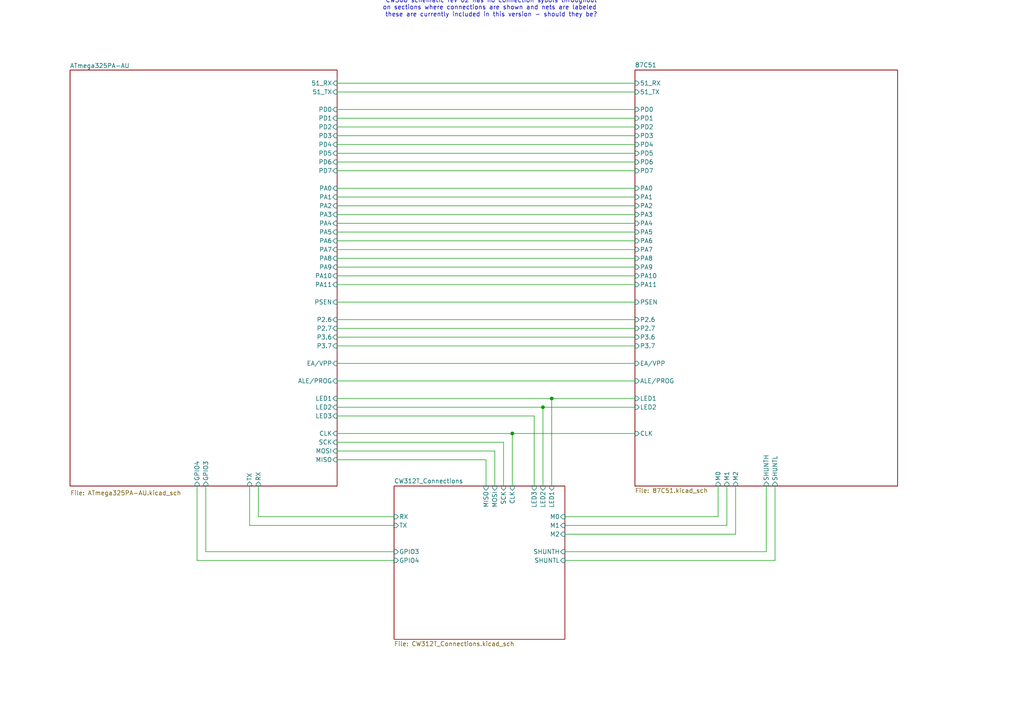
<source format=kicad_sch>
(kicad_sch
	(version 20231120)
	(generator "eeschema")
	(generator_version "8.0")
	(uuid "c2a925aa-0a0b-4d0a-bd46-e7ddeb5071bd")
	(paper "A4")
	(lib_symbols)
	(junction
		(at 148.59 125.73)
		(diameter 0)
		(color 0 0 0 0)
		(uuid "29013553-4653-4495-bc46-6970359189fe")
	)
	(junction
		(at 157.48 118.11)
		(diameter 0)
		(color 0 0 0 0)
		(uuid "7a6f574c-56b0-4bc8-9753-c3c8223d3a5d")
	)
	(junction
		(at 160.02 115.57)
		(diameter 0)
		(color 0 0 0 0)
		(uuid "ac0b9233-17eb-4434-9520-f13d3ebd6d6c")
	)
	(wire
		(pts
			(xy 97.79 130.81) (xy 143.51 130.81)
		)
		(stroke
			(width 0)
			(type default)
		)
		(uuid "08fe7a8a-670c-44f4-8cc1-60f54b7dfab6")
	)
	(wire
		(pts
			(xy 97.79 44.45) (xy 184.15 44.45)
		)
		(stroke
			(width 0)
			(type default)
		)
		(uuid "0d87c162-5d66-4d23-8b69-0830bca3dc12")
	)
	(wire
		(pts
			(xy 57.15 162.56) (xy 114.3 162.56)
		)
		(stroke
			(width 0)
			(type default)
		)
		(uuid "0e46ae57-c540-49cb-940d-86a29905a1d4")
	)
	(wire
		(pts
			(xy 97.79 100.33) (xy 184.15 100.33)
		)
		(stroke
			(width 0)
			(type default)
		)
		(uuid "17d568b6-af92-4380-a928-c871c77fe604")
	)
	(wire
		(pts
			(xy 143.51 130.81) (xy 143.51 140.97)
		)
		(stroke
			(width 0)
			(type default)
		)
		(uuid "20ea1081-8b86-4c68-82cb-40b5026ff668")
	)
	(wire
		(pts
			(xy 97.79 34.29) (xy 184.15 34.29)
		)
		(stroke
			(width 0)
			(type default)
		)
		(uuid "2cf8c724-ef44-4e6d-be91-764522159f30")
	)
	(wire
		(pts
			(xy 114.3 152.4) (xy 72.39 152.4)
		)
		(stroke
			(width 0)
			(type default)
		)
		(uuid "34b95139-fb76-4d46-a56a-b6df75813676")
	)
	(wire
		(pts
			(xy 97.79 82.55) (xy 184.15 82.55)
		)
		(stroke
			(width 0)
			(type default)
		)
		(uuid "3843dd80-2eb2-43b2-8495-40430440a517")
	)
	(wire
		(pts
			(xy 97.79 92.71) (xy 184.15 92.71)
		)
		(stroke
			(width 0)
			(type default)
		)
		(uuid "392ddf00-df23-498d-9514-e2445bba003d")
	)
	(wire
		(pts
			(xy 224.79 162.56) (xy 163.83 162.56)
		)
		(stroke
			(width 0)
			(type default)
		)
		(uuid "3980a033-de71-4aca-a856-a1f54578e1ed")
	)
	(wire
		(pts
			(xy 97.79 72.39) (xy 184.15 72.39)
		)
		(stroke
			(width 0)
			(type default)
		)
		(uuid "3d0f94cb-5a92-4f96-a60d-331c6794efca")
	)
	(wire
		(pts
			(xy 97.79 69.85) (xy 184.15 69.85)
		)
		(stroke
			(width 0)
			(type default)
		)
		(uuid "3dadcbe9-df56-4104-8497-f9c82b980246")
	)
	(wire
		(pts
			(xy 97.79 67.31) (xy 184.15 67.31)
		)
		(stroke
			(width 0)
			(type default)
		)
		(uuid "405403b8-8fc5-493b-9960-092841ff3b1e")
	)
	(wire
		(pts
			(xy 97.79 57.15) (xy 184.15 57.15)
		)
		(stroke
			(width 0)
			(type default)
		)
		(uuid "4329c248-d98c-4240-a5f1-4d4760447d54")
	)
	(wire
		(pts
			(xy 97.79 62.23) (xy 184.15 62.23)
		)
		(stroke
			(width 0)
			(type default)
		)
		(uuid "446668f7-d1ab-42a8-82f3-98d2453641de")
	)
	(wire
		(pts
			(xy 224.79 140.97) (xy 224.79 162.56)
		)
		(stroke
			(width 0)
			(type default)
		)
		(uuid "44ee03a2-f9c5-4509-80d1-c243a9960de5")
	)
	(wire
		(pts
			(xy 97.79 110.49) (xy 184.15 110.49)
		)
		(stroke
			(width 0)
			(type default)
		)
		(uuid "49201372-03df-4fd6-9f47-41286b0a365f")
	)
	(wire
		(pts
			(xy 97.79 80.01) (xy 184.15 80.01)
		)
		(stroke
			(width 0)
			(type default)
		)
		(uuid "4ce03f74-ecd0-4cf0-9162-4a2c37d91564")
	)
	(wire
		(pts
			(xy 222.25 160.02) (xy 222.25 140.97)
		)
		(stroke
			(width 0)
			(type default)
		)
		(uuid "4dfd91d5-c657-4a27-a65d-a67a58f9b376")
	)
	(wire
		(pts
			(xy 97.79 77.47) (xy 184.15 77.47)
		)
		(stroke
			(width 0)
			(type default)
		)
		(uuid "53042c9d-c905-4e42-b8e7-761f5499a453")
	)
	(wire
		(pts
			(xy 59.69 160.02) (xy 59.69 140.97)
		)
		(stroke
			(width 0)
			(type default)
		)
		(uuid "54f6eaf1-799f-4c94-9702-b2b6921c24a6")
	)
	(wire
		(pts
			(xy 210.82 152.4) (xy 163.83 152.4)
		)
		(stroke
			(width 0)
			(type default)
		)
		(uuid "5605b04a-3ab6-4bd2-a2b0-a40158f62b43")
	)
	(wire
		(pts
			(xy 97.79 128.27) (xy 146.05 128.27)
		)
		(stroke
			(width 0)
			(type default)
		)
		(uuid "5b68107f-2b63-4ea2-a3b9-ef4a4ea5b899")
	)
	(wire
		(pts
			(xy 97.79 64.77) (xy 184.15 64.77)
		)
		(stroke
			(width 0)
			(type default)
		)
		(uuid "5bb50ad4-53d5-4572-9a39-5399f5a11035")
	)
	(wire
		(pts
			(xy 208.28 149.86) (xy 208.28 140.97)
		)
		(stroke
			(width 0)
			(type default)
		)
		(uuid "5dba7b8e-a784-4f0e-a156-fd801b05f917")
	)
	(wire
		(pts
			(xy 97.79 41.91) (xy 184.15 41.91)
		)
		(stroke
			(width 0)
			(type default)
		)
		(uuid "5e3aea14-1c5b-434a-98e7-909b699aa326")
	)
	(wire
		(pts
			(xy 97.79 125.73) (xy 148.59 125.73)
		)
		(stroke
			(width 0)
			(type default)
		)
		(uuid "62206b24-a70c-4373-8eef-db0fe0533d32")
	)
	(wire
		(pts
			(xy 97.79 54.61) (xy 184.15 54.61)
		)
		(stroke
			(width 0)
			(type default)
		)
		(uuid "645dc3ed-dc93-410e-80e7-811765ae86c6")
	)
	(wire
		(pts
			(xy 163.83 160.02) (xy 222.25 160.02)
		)
		(stroke
			(width 0)
			(type default)
		)
		(uuid "697b181c-60cc-417a-ab6d-83c153fdfda0")
	)
	(wire
		(pts
			(xy 97.79 87.63) (xy 184.15 87.63)
		)
		(stroke
			(width 0)
			(type default)
		)
		(uuid "698e18aa-c1fb-4338-a0b4-62a60fa30cfe")
	)
	(wire
		(pts
			(xy 97.79 105.41) (xy 184.15 105.41)
		)
		(stroke
			(width 0)
			(type default)
		)
		(uuid "6c98cebf-42fb-4cab-9013-d539e736d86a")
	)
	(wire
		(pts
			(xy 97.79 115.57) (xy 160.02 115.57)
		)
		(stroke
			(width 0)
			(type default)
		)
		(uuid "6fb7abc7-dfba-4560-b56c-99febc9dc40c")
	)
	(wire
		(pts
			(xy 57.15 140.97) (xy 57.15 162.56)
		)
		(stroke
			(width 0)
			(type default)
		)
		(uuid "7203afe6-05f7-4afd-afdf-da21ee211674")
	)
	(wire
		(pts
			(xy 97.79 95.25) (xy 184.15 95.25)
		)
		(stroke
			(width 0)
			(type default)
		)
		(uuid "76ba8ab1-ad46-4e27-bdf0-bd83a6f421aa")
	)
	(wire
		(pts
			(xy 74.93 140.97) (xy 74.93 149.86)
		)
		(stroke
			(width 0)
			(type default)
		)
		(uuid "7e844d0c-4f16-4b06-9e2c-2cf56167562f")
	)
	(wire
		(pts
			(xy 97.79 24.13) (xy 184.15 24.13)
		)
		(stroke
			(width 0)
			(type default)
		)
		(uuid "816f2cc2-15c8-4c86-a3de-5d16f87c08e5")
	)
	(wire
		(pts
			(xy 146.05 128.27) (xy 146.05 140.97)
		)
		(stroke
			(width 0)
			(type default)
		)
		(uuid "8200cbe7-e9d4-4857-a591-f9314e567c90")
	)
	(wire
		(pts
			(xy 163.83 154.94) (xy 213.36 154.94)
		)
		(stroke
			(width 0)
			(type default)
		)
		(uuid "87d00be5-9264-448b-b2ef-64967ed82bb0")
	)
	(wire
		(pts
			(xy 160.02 115.57) (xy 184.15 115.57)
		)
		(stroke
			(width 0)
			(type default)
		)
		(uuid "89d7b4b0-2bef-44ec-8ab9-17f6770a8f01")
	)
	(wire
		(pts
			(xy 163.83 149.86) (xy 208.28 149.86)
		)
		(stroke
			(width 0)
			(type default)
		)
		(uuid "8df12442-ee4f-48ff-b43e-37a7463e03d7")
	)
	(wire
		(pts
			(xy 210.82 140.97) (xy 210.82 152.4)
		)
		(stroke
			(width 0)
			(type default)
		)
		(uuid "8f2962da-57ac-4972-9e04-c295438ca42a")
	)
	(wire
		(pts
			(xy 97.79 118.11) (xy 157.48 118.11)
		)
		(stroke
			(width 0)
			(type default)
		)
		(uuid "95ae31d5-a142-4916-aec6-b91a22a9f38f")
	)
	(wire
		(pts
			(xy 97.79 120.65) (xy 154.94 120.65)
		)
		(stroke
			(width 0)
			(type default)
		)
		(uuid "97122ac7-e008-473a-b4ab-8ad78217c5cc")
	)
	(wire
		(pts
			(xy 97.79 39.37) (xy 184.15 39.37)
		)
		(stroke
			(width 0)
			(type default)
		)
		(uuid "9b51e0c4-a43c-4456-a341-dca285f57fe1")
	)
	(wire
		(pts
			(xy 157.48 118.11) (xy 157.48 140.97)
		)
		(stroke
			(width 0)
			(type default)
		)
		(uuid "a5458ee3-4d6d-44c4-a264-ea2fb0e5073a")
	)
	(wire
		(pts
			(xy 97.79 74.93) (xy 184.15 74.93)
		)
		(stroke
			(width 0)
			(type default)
		)
		(uuid "aa98809c-efb2-4bf2-9d23-e58a1cc17ebb")
	)
	(wire
		(pts
			(xy 97.79 59.69) (xy 184.15 59.69)
		)
		(stroke
			(width 0)
			(type default)
		)
		(uuid "b77a2cd1-6dfe-47ae-8561-fb9ce0f7d7c2")
	)
	(wire
		(pts
			(xy 157.48 118.11) (xy 184.15 118.11)
		)
		(stroke
			(width 0)
			(type default)
		)
		(uuid "b9c4c374-9213-4035-be93-9098a2a8702a")
	)
	(wire
		(pts
			(xy 114.3 160.02) (xy 59.69 160.02)
		)
		(stroke
			(width 0)
			(type default)
		)
		(uuid "be664a5d-6788-4615-962c-6d0b17b7dc29")
	)
	(wire
		(pts
			(xy 97.79 97.79) (xy 184.15 97.79)
		)
		(stroke
			(width 0)
			(type default)
		)
		(uuid "c0f08c52-0317-4963-a10d-77b2f313ddfc")
	)
	(wire
		(pts
			(xy 72.39 152.4) (xy 72.39 140.97)
		)
		(stroke
			(width 0)
			(type default)
		)
		(uuid "c1aac985-4a96-48a6-a6b1-ee186cdb3ea9")
	)
	(wire
		(pts
			(xy 97.79 36.83) (xy 184.15 36.83)
		)
		(stroke
			(width 0)
			(type default)
		)
		(uuid "c1cbb696-2917-46e8-9faf-7544db009da8")
	)
	(wire
		(pts
			(xy 148.59 125.73) (xy 148.59 140.97)
		)
		(stroke
			(width 0)
			(type default)
		)
		(uuid "cf12a79b-17dd-43e5-94d0-5886aa9c4a0d")
	)
	(wire
		(pts
			(xy 148.59 125.73) (xy 184.15 125.73)
		)
		(stroke
			(width 0)
			(type default)
		)
		(uuid "d607af4a-1de7-420a-888e-b97fe8d4222f")
	)
	(wire
		(pts
			(xy 213.36 154.94) (xy 213.36 140.97)
		)
		(stroke
			(width 0)
			(type default)
		)
		(uuid "dca291e7-f8e7-41f7-a6bd-613154aa9051")
	)
	(wire
		(pts
			(xy 97.79 31.75) (xy 184.15 31.75)
		)
		(stroke
			(width 0)
			(type default)
		)
		(uuid "e0a934f8-d11b-4227-990f-ddc0ab94b800")
	)
	(wire
		(pts
			(xy 74.93 149.86) (xy 114.3 149.86)
		)
		(stroke
			(width 0)
			(type default)
		)
		(uuid "e19bd03e-b331-45bb-b309-2a89b2951bb4")
	)
	(wire
		(pts
			(xy 97.79 46.99) (xy 184.15 46.99)
		)
		(stroke
			(width 0)
			(type default)
		)
		(uuid "e48e17b5-a950-41d1-9b66-eb0de40136ea")
	)
	(wire
		(pts
			(xy 97.79 49.53) (xy 184.15 49.53)
		)
		(stroke
			(width 0)
			(type default)
		)
		(uuid "ec6a1100-9082-4eac-9882-82ae1a1d0628")
	)
	(wire
		(pts
			(xy 97.79 133.35) (xy 140.97 133.35)
		)
		(stroke
			(width 0)
			(type default)
		)
		(uuid "ec756d8c-0e6e-47ac-951d-921200454977")
	)
	(wire
		(pts
			(xy 140.97 133.35) (xy 140.97 140.97)
		)
		(stroke
			(width 0)
			(type default)
		)
		(uuid "f02ac16d-17e5-4320-8e43-c49041c110ef")
	)
	(wire
		(pts
			(xy 160.02 140.97) (xy 160.02 115.57)
		)
		(stroke
			(width 0)
			(type default)
		)
		(uuid "f34e7eda-9e87-46f4-8bc6-d0e75e28879e")
	)
	(wire
		(pts
			(xy 154.94 120.65) (xy 154.94 140.97)
		)
		(stroke
			(width 0)
			(type default)
		)
		(uuid "fdadad79-885f-439b-aecd-65eef8c21bd6")
	)
	(wire
		(pts
			(xy 97.79 26.67) (xy 184.15 26.67)
		)
		(stroke
			(width 0)
			(type default)
		)
		(uuid "fdfb60bf-0652-4d3f-975f-622e82d9682a")
	)
	(text "CW308 schematic rev 02 has no connection sybols throughout\non sections where connections are shown and nets are labeled \nthese are currently included in this version - should they be?"
		(exclude_from_sim no)
		(at 142.494 2.286 0)
		(effects
			(font
				(size 1.27 1.27)
			)
		)
		(uuid "efcf39e2-23ae-47ae-98b6-564bd528715b")
	)
	(sheet
		(at 184.15 20.32)
		(size 76.2 120.65)
		(fields_autoplaced yes)
		(stroke
			(width 0.1524)
			(type solid)
		)
		(fill
			(color 0 0 0 0.0000)
		)
		(uuid "50e99fbd-a7c8-450a-9d34-26b1d10d5fd3")
		(property "Sheetname" "87C51"
			(at 184.15 19.6084 0)
			(effects
				(font
					(size 1.27 1.27)
				)
				(justify left bottom)
			)
		)
		(property "Sheetfile" "87C51.kicad_sch"
			(at 184.15 141.5546 0)
			(effects
				(font
					(size 1.27 1.27)
				)
				(justify left top)
			)
		)
		(pin "P2.7" input
			(at 184.15 95.25 180)
			(effects
				(font
					(size 1.27 1.27)
				)
				(justify left)
			)
			(uuid "a0ea9f4e-f483-40f7-aff7-fbee60023b38")
		)
		(pin "P2.6" input
			(at 184.15 92.71 180)
			(effects
				(font
					(size 1.27 1.27)
				)
				(justify left)
			)
			(uuid "4cb08d76-36e3-481f-8cb6-7bd18e3cec39")
		)
		(pin "LED1" input
			(at 184.15 115.57 180)
			(effects
				(font
					(size 1.27 1.27)
				)
				(justify left)
			)
			(uuid "a3ac23e9-ae2d-4b65-974f-0f89f1e97066")
		)
		(pin "LED2" input
			(at 184.15 118.11 180)
			(effects
				(font
					(size 1.27 1.27)
				)
				(justify left)
			)
			(uuid "5cf41233-0c4a-46ae-a0ab-76d065e26d77")
		)
		(pin "PA11" input
			(at 184.15 82.55 180)
			(effects
				(font
					(size 1.27 1.27)
				)
				(justify left)
			)
			(uuid "b0252c34-fcdc-47be-851e-52bfc6c885a9")
		)
		(pin "PA10" input
			(at 184.15 80.01 180)
			(effects
				(font
					(size 1.27 1.27)
				)
				(justify left)
			)
			(uuid "3389a5e0-8f50-480d-be0e-a83b5bf73380")
		)
		(pin "PA9" input
			(at 184.15 77.47 180)
			(effects
				(font
					(size 1.27 1.27)
				)
				(justify left)
			)
			(uuid "6f6a21ff-7388-4224-a2cb-95d4dea81a9d")
		)
		(pin "PA8" input
			(at 184.15 74.93 180)
			(effects
				(font
					(size 1.27 1.27)
				)
				(justify left)
			)
			(uuid "0f67eba8-0a5b-4a27-a968-d4c1b192e16a")
		)
		(pin "SHUNTH" input
			(at 222.25 140.97 270)
			(effects
				(font
					(size 1.27 1.27)
				)
				(justify left)
			)
			(uuid "5bc8c0c0-f399-4dcf-b999-9736a9fca1e9")
		)
		(pin "SHUNTL" input
			(at 224.79 140.97 270)
			(effects
				(font
					(size 1.27 1.27)
				)
				(justify left)
			)
			(uuid "3fc4be00-3f1b-4264-9dd8-0f3deb387e15")
		)
		(pin "PD7" input
			(at 184.15 49.53 180)
			(effects
				(font
					(size 1.27 1.27)
				)
				(justify left)
			)
			(uuid "986a2dcf-e518-47f9-9523-449c9ce7d507")
		)
		(pin "PD6" input
			(at 184.15 46.99 180)
			(effects
				(font
					(size 1.27 1.27)
				)
				(justify left)
			)
			(uuid "be279690-1cea-4338-a780-d3b0b2d3bbb1")
		)
		(pin "PSEN" input
			(at 184.15 87.63 180)
			(effects
				(font
					(size 1.27 1.27)
				)
				(justify left)
			)
			(uuid "9f852421-d5dd-4e4b-99cc-0fcc69476b6c")
		)
		(pin "EA{slash}VPP" input
			(at 184.15 105.41 180)
			(effects
				(font
					(size 1.27 1.27)
				)
				(justify left)
			)
			(uuid "724bbfd6-3298-4ccd-9a4a-f54f44a49fb6")
		)
		(pin "ALE{slash}PROG" input
			(at 184.15 110.49 180)
			(effects
				(font
					(size 1.27 1.27)
				)
				(justify left)
			)
			(uuid "88e5cc34-6560-48ed-aa31-c7752e517bb0")
		)
		(pin "PD3" input
			(at 184.15 39.37 180)
			(effects
				(font
					(size 1.27 1.27)
				)
				(justify left)
			)
			(uuid "7296ed6e-1e53-42aa-ab69-228f19d31bee")
		)
		(pin "PD5" input
			(at 184.15 44.45 180)
			(effects
				(font
					(size 1.27 1.27)
				)
				(justify left)
			)
			(uuid "cf00900b-229f-4a74-b2ed-4bb55b640a48")
		)
		(pin "PD1" input
			(at 184.15 34.29 180)
			(effects
				(font
					(size 1.27 1.27)
				)
				(justify left)
			)
			(uuid "1bd52a15-c186-4576-9363-1048e3490f5c")
		)
		(pin "PD4" input
			(at 184.15 41.91 180)
			(effects
				(font
					(size 1.27 1.27)
				)
				(justify left)
			)
			(uuid "35785823-7e78-467f-bb48-38dc032b8396")
		)
		(pin "PD0" input
			(at 184.15 31.75 180)
			(effects
				(font
					(size 1.27 1.27)
				)
				(justify left)
			)
			(uuid "dea12954-f602-4e92-b014-050cda3d93c9")
		)
		(pin "PD2" input
			(at 184.15 36.83 180)
			(effects
				(font
					(size 1.27 1.27)
				)
				(justify left)
			)
			(uuid "ec99f733-e03c-4efc-9b68-13a6c139a11c")
		)
		(pin "M0" input
			(at 208.28 140.97 270)
			(effects
				(font
					(size 1.27 1.27)
				)
				(justify left)
			)
			(uuid "c407ac29-6ace-4687-85f5-68e75d369ab8")
		)
		(pin "CLK" input
			(at 184.15 125.73 180)
			(effects
				(font
					(size 1.27 1.27)
				)
				(justify left)
			)
			(uuid "223546b3-e0c5-47fd-a9eb-44d051bea2a1")
		)
		(pin "M2" input
			(at 213.36 140.97 270)
			(effects
				(font
					(size 1.27 1.27)
				)
				(justify left)
			)
			(uuid "0e66ff3e-ea77-43b2-9a0d-a904df791234")
		)
		(pin "P3.7" input
			(at 184.15 100.33 180)
			(effects
				(font
					(size 1.27 1.27)
				)
				(justify left)
			)
			(uuid "a5b5d960-121b-4b9f-96a8-aea49146e046")
		)
		(pin "M1" input
			(at 210.82 140.97 270)
			(effects
				(font
					(size 1.27 1.27)
				)
				(justify left)
			)
			(uuid "b5bf71ae-dd75-4fde-9025-8aa80c8fb3d4")
		)
		(pin "P3.6" input
			(at 184.15 97.79 180)
			(effects
				(font
					(size 1.27 1.27)
				)
				(justify left)
			)
			(uuid "5ed23fde-b859-4d4e-8242-1dd6ea318983")
		)
		(pin "PA4" input
			(at 184.15 64.77 180)
			(effects
				(font
					(size 1.27 1.27)
				)
				(justify left)
			)
			(uuid "d8ca0d76-4ccd-4743-aad6-bd0ec5a4fe6b")
		)
		(pin "PA5" input
			(at 184.15 67.31 180)
			(effects
				(font
					(size 1.27 1.27)
				)
				(justify left)
			)
			(uuid "3fdb9f9b-7253-4fd3-b9c8-ee61c960ac73")
		)
		(pin "PA1" input
			(at 184.15 57.15 180)
			(effects
				(font
					(size 1.27 1.27)
				)
				(justify left)
			)
			(uuid "7806444d-ab7d-41f0-950a-e540861bc4f5")
		)
		(pin "PA3" input
			(at 184.15 62.23 180)
			(effects
				(font
					(size 1.27 1.27)
				)
				(justify left)
			)
			(uuid "4a1ce3c6-994d-468b-9270-11b6fc9f9bde")
		)
		(pin "PA2" input
			(at 184.15 59.69 180)
			(effects
				(font
					(size 1.27 1.27)
				)
				(justify left)
			)
			(uuid "ce506dbc-4deb-41bd-8a01-32aa877d78f0")
		)
		(pin "PA0" input
			(at 184.15 54.61 180)
			(effects
				(font
					(size 1.27 1.27)
				)
				(justify left)
			)
			(uuid "13ae4ff6-5b52-4bd1-90b5-54fafa52b716")
		)
		(pin "51_RX" input
			(at 184.15 24.13 180)
			(effects
				(font
					(size 1.27 1.27)
				)
				(justify left)
			)
			(uuid "139a00f2-e0ed-48bd-9ecd-02c0e06b7af6")
		)
		(pin "PA7" input
			(at 184.15 72.39 180)
			(effects
				(font
					(size 1.27 1.27)
				)
				(justify left)
			)
			(uuid "a55fa85d-8dab-462c-9150-8c75ec419978")
		)
		(pin "PA6" input
			(at 184.15 69.85 180)
			(effects
				(font
					(size 1.27 1.27)
				)
				(justify left)
			)
			(uuid "9be69618-c981-43a1-ab1d-7187825a4e6d")
		)
		(pin "51_TX" input
			(at 184.15 26.67 180)
			(effects
				(font
					(size 1.27 1.27)
				)
				(justify left)
			)
			(uuid "ca442c0e-c3c1-4e7a-a498-164f577784e6")
		)
		(instances
			(project "CW312T-87C51"
				(path "/c2a925aa-0a0b-4d0a-bd46-e7ddeb5071bd"
					(page "4")
				)
			)
		)
	)
	(sheet
		(at 20.32 20.32)
		(size 77.47 120.65)
		(stroke
			(width 0.1524)
			(type solid)
		)
		(fill
			(color 0 0 0 0.0000)
		)
		(uuid "681aeee8-1962-4896-9c2c-b1d5134c0215")
		(property "Sheetname" "ATmega325PA-AU"
			(at 37.592 19.812 0)
			(effects
				(font
					(size 1.27 1.27)
				)
				(justify right bottom)
			)
		)
		(property "Sheetfile" "ATmega325PA-AU.kicad_sch"
			(at 52.578 142.24 0)
			(effects
				(font
					(size 1.27 1.27)
				)
				(justify right top)
			)
		)
		(pin "CLK" input
			(at 97.79 125.73 0)
			(effects
				(font
					(size 1.27 1.27)
				)
				(justify right)
			)
			(uuid "1e213a21-304d-4b3e-9e52-c2486b7e3944")
		)
		(pin "EA{slash}VPP" input
			(at 97.79 105.41 0)
			(effects
				(font
					(size 1.27 1.27)
				)
				(justify right)
			)
			(uuid "4d40a43c-bd31-4da3-afca-5d48ff7554c4")
		)
		(pin "51_RX" input
			(at 97.79 24.13 0)
			(effects
				(font
					(size 1.27 1.27)
				)
				(justify right)
			)
			(uuid "84613da8-98d4-4687-9f3a-0966ca5a590c")
		)
		(pin "RX" input
			(at 74.93 140.97 270)
			(effects
				(font
					(size 1.27 1.27)
				)
				(justify left)
			)
			(uuid "c361457b-ea04-4e47-80c6-f68382552fea")
		)
		(pin "GPIO3" input
			(at 59.69 140.97 270)
			(effects
				(font
					(size 1.27 1.27)
				)
				(justify left)
			)
			(uuid "d8191128-8bfb-4b8d-84aa-a644a616025a")
		)
		(pin "GPIO4" input
			(at 57.15 140.97 270)
			(effects
				(font
					(size 1.27 1.27)
				)
				(justify left)
			)
			(uuid "eb784100-94e8-4bfb-9c2c-0fe68559fda0")
		)
		(pin "51_TX" input
			(at 97.79 26.67 0)
			(effects
				(font
					(size 1.27 1.27)
				)
				(justify right)
			)
			(uuid "8cec6901-d0d9-4900-ad73-b5d3a60ed135")
		)
		(pin "TX" input
			(at 72.39 140.97 270)
			(effects
				(font
					(size 1.27 1.27)
				)
				(justify left)
			)
			(uuid "f2b30e11-f771-4113-a6b2-fbe292915ce0")
		)
		(pin "MISO" input
			(at 97.79 133.35 0)
			(effects
				(font
					(size 1.27 1.27)
				)
				(justify right)
			)
			(uuid "40fbe7f2-c185-4007-b7e4-b31d5a438b36")
		)
		(pin "MOSI" input
			(at 97.79 130.81 0)
			(effects
				(font
					(size 1.27 1.27)
				)
				(justify right)
			)
			(uuid "a9d67264-6ba2-49d3-b721-90ff5e4f4894")
		)
		(pin "SCK" input
			(at 97.79 128.27 0)
			(effects
				(font
					(size 1.27 1.27)
				)
				(justify right)
			)
			(uuid "63c6fe5d-2fae-4bc5-8b10-9be2d7ec5d10")
		)
		(pin "PA2" input
			(at 97.79 59.69 0)
			(effects
				(font
					(size 1.27 1.27)
				)
				(justify right)
			)
			(uuid "dd4a1143-6eaf-4100-82d3-bd7ecd8222d0")
		)
		(pin "PA4" input
			(at 97.79 64.77 0)
			(effects
				(font
					(size 1.27 1.27)
				)
				(justify right)
			)
			(uuid "eda31fd0-5eef-413c-828e-b5ecdff126f1")
		)
		(pin "PA3" input
			(at 97.79 62.23 0)
			(effects
				(font
					(size 1.27 1.27)
				)
				(justify right)
			)
			(uuid "d8f25bb0-e553-4ac6-a183-1796e671c5d1")
		)
		(pin "PA5" input
			(at 97.79 67.31 0)
			(effects
				(font
					(size 1.27 1.27)
				)
				(justify right)
			)
			(uuid "a8bc6ba6-f7fe-45f2-bc43-dd694a937414")
		)
		(pin "PA1" input
			(at 97.79 57.15 0)
			(effects
				(font
					(size 1.27 1.27)
				)
				(justify right)
			)
			(uuid "72bf4361-0564-440e-b07c-d8963389454e")
		)
		(pin "PA0" input
			(at 97.79 54.61 0)
			(effects
				(font
					(size 1.27 1.27)
				)
				(justify right)
			)
			(uuid "a8a08172-fa60-4563-8673-e5bf64053443")
		)
		(pin "PA6" input
			(at 97.79 69.85 0)
			(effects
				(font
					(size 1.27 1.27)
				)
				(justify right)
			)
			(uuid "d918cb50-f0eb-4a01-a9f3-4f592d1688cc")
		)
		(pin "PA7" input
			(at 97.79 72.39 0)
			(effects
				(font
					(size 1.27 1.27)
				)
				(justify right)
			)
			(uuid "8a617aa6-2799-4808-8768-00fbc8ee4f42")
		)
		(pin "P3.6" input
			(at 97.79 97.79 0)
			(effects
				(font
					(size 1.27 1.27)
				)
				(justify right)
			)
			(uuid "6ab5a2ee-216b-4318-b364-3ab0de34ef65")
		)
		(pin "LED3" input
			(at 97.79 120.65 0)
			(effects
				(font
					(size 1.27 1.27)
				)
				(justify right)
			)
			(uuid "cd889833-1ef0-4173-bd07-f225e38ade22")
		)
		(pin "PA8" input
			(at 97.79 74.93 0)
			(effects
				(font
					(size 1.27 1.27)
				)
				(justify right)
			)
			(uuid "3f24f38f-6f72-43ad-bfdf-b1f7aef34ac0")
		)
		(pin "P3.7" input
			(at 97.79 100.33 0)
			(effects
				(font
					(size 1.27 1.27)
				)
				(justify right)
			)
			(uuid "656419c1-253b-421c-be75-8840ca3395ca")
		)
		(pin "PA10" input
			(at 97.79 80.01 0)
			(effects
				(font
					(size 1.27 1.27)
				)
				(justify right)
			)
			(uuid "a8f0de9f-279c-46ca-9aa1-926e84e70e28")
		)
		(pin "PA9" input
			(at 97.79 77.47 0)
			(effects
				(font
					(size 1.27 1.27)
				)
				(justify right)
			)
			(uuid "6df808cf-93e9-4b40-a3a5-1b1f0973c468")
		)
		(pin "PA11" input
			(at 97.79 82.55 0)
			(effects
				(font
					(size 1.27 1.27)
				)
				(justify right)
			)
			(uuid "cedd5f18-c26b-4f88-bdc7-9d3f08f9bec5")
		)
		(pin "LED1" input
			(at 97.79 115.57 0)
			(effects
				(font
					(size 1.27 1.27)
				)
				(justify right)
			)
			(uuid "b4e085e6-6f65-4a8f-bb77-cc8ccc6f75b6")
		)
		(pin "LED2" input
			(at 97.79 118.11 0)
			(effects
				(font
					(size 1.27 1.27)
				)
				(justify right)
			)
			(uuid "4ad72ff4-fa8d-49af-908f-937c1654cdb7")
		)
		(pin "P2.7" input
			(at 97.79 95.25 0)
			(effects
				(font
					(size 1.27 1.27)
				)
				(justify right)
			)
			(uuid "2841f80e-c00e-485a-841f-bcc388a7e6c9")
		)
		(pin "P2.6" input
			(at 97.79 92.71 0)
			(effects
				(font
					(size 1.27 1.27)
				)
				(justify right)
			)
			(uuid "2ecf3785-5ec5-4677-854b-64e3a4de2273")
		)
		(pin "PSEN" input
			(at 97.79 87.63 0)
			(effects
				(font
					(size 1.27 1.27)
				)
				(justify right)
			)
			(uuid "b1a7643d-b2fc-4f07-b54c-57e46ee7d9c5")
		)
		(pin "PD1" input
			(at 97.79 34.29 0)
			(effects
				(font
					(size 1.27 1.27)
				)
				(justify right)
			)
			(uuid "6398a9c1-c9df-41a1-abe2-40d394645571")
		)
		(pin "PD0" input
			(at 97.79 31.75 0)
			(effects
				(font
					(size 1.27 1.27)
				)
				(justify right)
			)
			(uuid "21309841-6ca1-44ed-b020-75e9a0deacc9")
		)
		(pin "PD3" input
			(at 97.79 39.37 0)
			(effects
				(font
					(size 1.27 1.27)
				)
				(justify right)
			)
			(uuid "3e7bf862-5b15-4c32-81fd-755417fe51cb")
		)
		(pin "PD2" input
			(at 97.79 36.83 0)
			(effects
				(font
					(size 1.27 1.27)
				)
				(justify right)
			)
			(uuid "2eb64d1d-a4d0-460d-9aed-bfb77e42ad4f")
		)
		(pin "PD4" input
			(at 97.79 41.91 0)
			(effects
				(font
					(size 1.27 1.27)
				)
				(justify right)
			)
			(uuid "a22ffcde-acd1-4b61-8c45-402730f171a7")
		)
		(pin "PD7" input
			(at 97.79 49.53 0)
			(effects
				(font
					(size 1.27 1.27)
				)
				(justify right)
			)
			(uuid "74f5c71e-6231-45d5-af74-57bdde7fa03d")
		)
		(pin "PD6" input
			(at 97.79 46.99 0)
			(effects
				(font
					(size 1.27 1.27)
				)
				(justify right)
			)
			(uuid "21782a1d-3b9a-4fd1-93b6-5c1df344287a")
		)
		(pin "PD5" input
			(at 97.79 44.45 0)
			(effects
				(font
					(size 1.27 1.27)
				)
				(justify right)
			)
			(uuid "609a5051-15fb-435e-bb07-3176171db0b3")
		)
		(pin "ALE{slash}PROG" input
			(at 97.79 110.49 0)
			(effects
				(font
					(size 1.27 1.27)
				)
				(justify right)
			)
			(uuid "3fc0a495-baf3-422e-b0e9-27ebc489b03f")
		)
		(instances
			(project "CW312T-87C51"
				(path "/c2a925aa-0a0b-4d0a-bd46-e7ddeb5071bd"
					(page "3")
				)
			)
		)
	)
	(sheet
		(at 114.3 140.97)
		(size 49.53 44.45)
		(fields_autoplaced yes)
		(stroke
			(width 0.1524)
			(type solid)
		)
		(fill
			(color 0 0 0 0.0000)
		)
		(uuid "cb6bc307-6d9c-4f16-a984-64f714ed27c7")
		(property "Sheetname" "CW312T_Connections"
			(at 114.3 140.2584 0)
			(effects
				(font
					(size 1.27 1.27)
				)
				(justify left bottom)
			)
		)
		(property "Sheetfile" "CW312T_Connections.kicad_sch"
			(at 114.3 186.0046 0)
			(effects
				(font
					(size 1.27 1.27)
				)
				(justify left top)
			)
		)
		(pin "M0" input
			(at 163.83 149.86 0)
			(effects
				(font
					(size 1.27 1.27)
				)
				(justify right)
			)
			(uuid "bdcade3b-91b1-4ae5-9b5c-2dedab9b8804")
		)
		(pin "M1" input
			(at 163.83 152.4 0)
			(effects
				(font
					(size 1.27 1.27)
				)
				(justify right)
			)
			(uuid "9b84dcc5-d6c0-4e96-b288-ca69d2f199aa")
		)
		(pin "M2" input
			(at 163.83 154.94 0)
			(effects
				(font
					(size 1.27 1.27)
				)
				(justify right)
			)
			(uuid "f64e43be-dd0a-4f9c-b351-745439bb2de2")
		)
		(pin "MISO" input
			(at 140.97 140.97 90)
			(effects
				(font
					(size 1.27 1.27)
				)
				(justify right)
			)
			(uuid "6a91f1ae-0597-4095-a228-b2ba163e88e7")
		)
		(pin "CLK" input
			(at 148.59 140.97 90)
			(effects
				(font
					(size 1.27 1.27)
				)
				(justify right)
			)
			(uuid "8a5b90c5-5b85-4e04-879a-9a79b348e8f9")
		)
		(pin "MOSI" input
			(at 143.51 140.97 90)
			(effects
				(font
					(size 1.27 1.27)
				)
				(justify right)
			)
			(uuid "afee3f5d-baba-4035-bbaa-d0d6f09d6578")
		)
		(pin "RX" input
			(at 114.3 149.86 180)
			(effects
				(font
					(size 1.27 1.27)
				)
				(justify left)
			)
			(uuid "27876e58-e993-48d8-9788-e0d51f79747b")
		)
		(pin "SCK" input
			(at 146.05 140.97 90)
			(effects
				(font
					(size 1.27 1.27)
				)
				(justify right)
			)
			(uuid "6b5e70e2-b8a9-4df6-b4bb-d4226b3e7dbe")
		)
		(pin "SHUNTL" input
			(at 163.83 162.56 0)
			(effects
				(font
					(size 1.27 1.27)
				)
				(justify right)
			)
			(uuid "6a679983-a6a7-49c6-8498-4c8940e7ac60")
		)
		(pin "SHUNTH" input
			(at 163.83 160.02 0)
			(effects
				(font
					(size 1.27 1.27)
				)
				(justify right)
			)
			(uuid "039eb608-8d67-407e-9752-d66ad758d9f7")
		)
		(pin "GPIO3" input
			(at 114.3 160.02 180)
			(effects
				(font
					(size 1.27 1.27)
				)
				(justify left)
			)
			(uuid "611e5202-0fb8-47d5-bdd9-f58f759cb061")
		)
		(pin "GPIO4" input
			(at 114.3 162.56 180)
			(effects
				(font
					(size 1.27 1.27)
				)
				(justify left)
			)
			(uuid "d5d3aea4-3133-4635-a981-163d0702f76a")
		)
		(pin "TX" input
			(at 114.3 152.4 180)
			(effects
				(font
					(size 1.27 1.27)
				)
				(justify left)
			)
			(uuid "b6a010b5-616e-4e98-be3a-f5b5f7f45eed")
		)
		(pin "LED3" input
			(at 154.94 140.97 90)
			(effects
				(font
					(size 1.27 1.27)
				)
				(justify right)
			)
			(uuid "ae6426a4-8344-4248-a558-3fb21cbf5fee")
		)
		(pin "LED2" input
			(at 157.48 140.97 90)
			(effects
				(font
					(size 1.27 1.27)
				)
				(justify right)
			)
			(uuid "cef48e03-98f8-40d7-8353-b0b26f9d698e")
		)
		(pin "LED1" input
			(at 160.02 140.97 90)
			(effects
				(font
					(size 1.27 1.27)
				)
				(justify right)
			)
			(uuid "c15bd120-4c74-4fb9-9a60-97225df49202")
		)
		(instances
			(project "CW312T-87C51"
				(path "/c2a925aa-0a0b-4d0a-bd46-e7ddeb5071bd"
					(page "2")
				)
			)
		)
	)
	(sheet_instances
		(path "/"
			(page "1")
		)
	)
)

</source>
